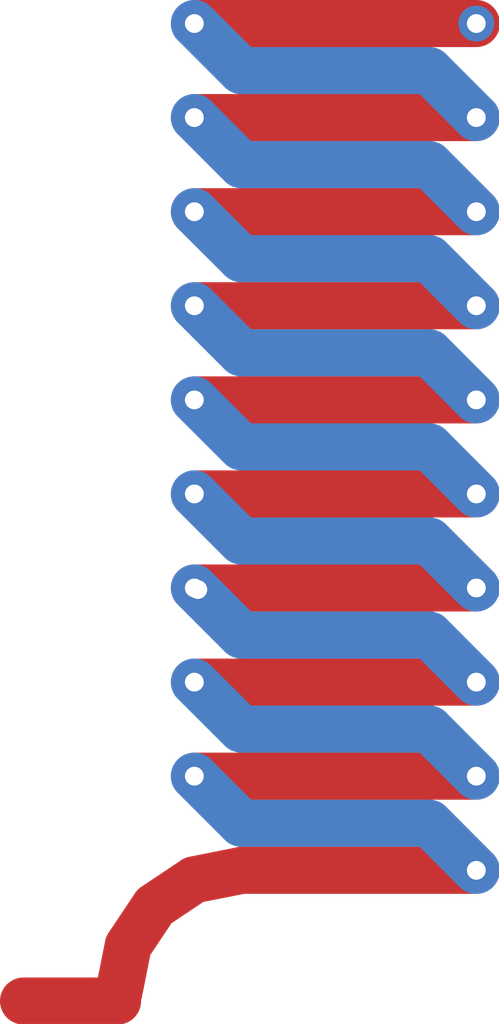
<source format=kicad_pcb>
(kicad_pcb (version 4) (host pcbnew 4.0.2+dfsg1-stable)

  (general
    (links 0)
    (no_connects 0)
    (area 227.229059 -225.449741 280.280722 -181.216299)
    (thickness 1.6)
    (drawings 40)
    (tracks 63)
    (zones 0)
    (modules 0)
    (nets 1)
  )

  (page A4)
  (layers
    (0 F.Cu signal)
    (31 B.Cu signal)
    (32 B.Adhes user)
    (33 F.Adhes user)
    (34 B.Paste user)
    (35 F.Paste user)
    (36 B.SilkS user)
    (37 F.SilkS user)
    (38 B.Mask user)
    (39 F.Mask user)
    (40 Dwgs.User user)
    (41 Cmts.User user)
    (42 Eco1.User user)
    (43 Eco2.User user)
    (44 Edge.Cuts user)
    (45 Margin user)
    (46 B.CrtYd user)
    (47 F.CrtYd user)
    (48 B.Fab user)
    (49 F.Fab user)
  )

  (setup
    (last_trace_width 0.25)
    (trace_clearance 0.2)
    (zone_clearance 0.508)
    (zone_45_only no)
    (trace_min 0.2)
    (segment_width 0.2)
    (edge_width 0.15)
    (via_size 0.6)
    (via_drill 0.4)
    (via_min_size 0.4)
    (via_min_drill 0.3)
    (uvia_size 0.3)
    (uvia_drill 0.1)
    (uvias_allowed no)
    (uvia_min_size 0.2)
    (uvia_min_drill 0.1)
    (pcb_text_width 0.3)
    (pcb_text_size 1.5 1.5)
    (mod_edge_width 0.15)
    (mod_text_size 1 1)
    (mod_text_width 0.15)
    (pad_size 1.524 1.524)
    (pad_drill 0.762)
    (pad_to_mask_clearance 0.2)
    (aux_axis_origin 0 0)
    (visible_elements FFFFFF7F)
    (pcbplotparams
      (layerselection 0x00030_80000001)
      (usegerberextensions false)
      (excludeedgelayer true)
      (linewidth 0.100000)
      (plotframeref false)
      (viasonmask false)
      (mode 1)
      (useauxorigin false)
      (hpglpennumber 1)
      (hpglpenspeed 20)
      (hpglpendiameter 15)
      (hpglpenoverlay 2)
      (psnegative false)
      (psa4output false)
      (plotreference true)
      (plotvalue true)
      (plotinvisibletext false)
      (padsonsilk false)
      (subtractmaskfromsilk false)
      (outputformat 1)
      (mirror false)
      (drillshape 1)
      (scaleselection 1)
      (outputdirectory ""))
  )

  (net 0 "")

  (net_class Default "This is the default net class."
    (clearance 0.2)
    (trace_width 0.25)
    (via_dia 0.6)
    (via_drill 0.4)
    (uvia_dia 0.3)
    (uvia_drill 0.1)
  )

  (gr_line (start 314.452 -212.6996) (end 314.452 -212.6996) (layer B.Mask) (width 0.8636))
  (gr_line (start 314.452 -210.70062) (end 314.452 -210.70062) (layer B.Mask) (width 0.8636))
  (gr_line (start 314.52566 -210.6676) (end 314.52566 -210.6676) (layer B.Mask) (width 0.8636))
  (gr_line (start 314.452 -208.6991) (end 314.452 -208.6991) (layer B.Mask) (width 0.8636))
  (gr_line (start 314.452 -206.70012) (end 314.452 -206.70012) (layer B.Mask) (width 0.8636))
  (gr_line (start 320.45148 -206.70012) (end 320.45148 -206.70012) (layer B.Mask) (width 0.8636))
  (gr_line (start 320.45148 -208.6991) (end 320.45148 -208.6991) (layer B.Mask) (width 0.8636))
  (gr_line (start 320.45148 -210.70062) (end 320.45148 -210.70062) (layer B.Mask) (width 0.8636))
  (gr_line (start 320.45148 -212.6996) (end 320.45148 -212.6996) (layer B.Mask) (width 0.8636))
  (gr_line (start 320.45148 -214.69858) (end 320.45148 -214.69858) (layer B.Mask) (width 0.8636))
  (gr_line (start 320.45148 -216.7001) (end 320.45148 -216.7001) (layer B.Mask) (width 0.8636))
  (gr_line (start 320.45148 -218.69908) (end 320.45148 -218.69908) (layer B.Mask) (width 0.8636))
  (gr_line (start 320.45148 -220.7006) (end 320.45148 -220.7006) (layer B.Mask) (width 0.8636))
  (gr_line (start 320.45148 -222.69958) (end 320.45148 -222.69958) (layer B.Mask) (width 0.8636))
  (gr_line (start 314.452 -222.69958) (end 314.452 -222.69958) (layer B.Mask) (width 0.8636))
  (gr_line (start 314.452 -220.7006) (end 314.452 -220.7006) (layer B.Mask) (width 0.8636))
  (gr_line (start 314.452 -218.69908) (end 314.452 -218.69908) (layer B.Mask) (width 0.8636))
  (gr_line (start 314.452 -216.7001) (end 314.452 -216.7001) (layer B.Mask) (width 0.8636))
  (gr_line (start 314.452 -214.69858) (end 314.452 -214.69858) (layer B.Mask) (width 0.8636))
  (gr_line (start 320.45148 -204.6986) (end 320.45148 -204.6986) (layer B.Mask) (width 0.8636))
  (gr_line (start 314.452 -212.6996) (end 314.452 -212.6996) (layer F.Mask) (width 0.8636))
  (gr_line (start 314.452 -210.70062) (end 314.452 -210.70062) (layer F.Mask) (width 0.8636))
  (gr_line (start 314.52566 -210.6676) (end 314.52566 -210.6676) (layer F.Mask) (width 0.8636))
  (gr_line (start 314.452 -208.6991) (end 314.452 -208.6991) (layer F.Mask) (width 0.8636))
  (gr_line (start 314.452 -206.70012) (end 314.452 -206.70012) (layer F.Mask) (width 0.8636))
  (gr_line (start 320.45148 -206.70012) (end 320.45148 -206.70012) (layer F.Mask) (width 0.8636))
  (gr_line (start 320.45148 -208.6991) (end 320.45148 -208.6991) (layer F.Mask) (width 0.8636))
  (gr_line (start 320.45148 -210.70062) (end 320.45148 -210.70062) (layer F.Mask) (width 0.8636))
  (gr_line (start 320.45148 -212.6996) (end 320.45148 -212.6996) (layer F.Mask) (width 0.8636))
  (gr_line (start 320.45148 -214.69858) (end 320.45148 -214.69858) (layer F.Mask) (width 0.8636))
  (gr_line (start 320.45148 -216.7001) (end 320.45148 -216.7001) (layer F.Mask) (width 0.8636))
  (gr_line (start 320.45148 -218.69908) (end 320.45148 -218.69908) (layer F.Mask) (width 0.8636))
  (gr_line (start 320.45148 -220.7006) (end 320.45148 -220.7006) (layer F.Mask) (width 0.8636))
  (gr_line (start 320.45148 -222.69958) (end 320.45148 -222.69958) (layer F.Mask) (width 0.8636))
  (gr_line (start 314.452 -222.69958) (end 314.452 -222.69958) (layer F.Mask) (width 0.8636))
  (gr_line (start 314.452 -220.7006) (end 314.452 -220.7006) (layer F.Mask) (width 0.8636))
  (gr_line (start 314.452 -218.69908) (end 314.452 -218.69908) (layer F.Mask) (width 0.8636))
  (gr_line (start 314.452 -216.7001) (end 314.452 -216.7001) (layer F.Mask) (width 0.8636))
  (gr_line (start 314.452 -214.69858) (end 314.452 -214.69858) (layer F.Mask) (width 0.8636))
  (gr_line (start 320.45148 -204.6986) (end 320.45148 -204.6986) (layer F.Mask) (width 0.8636))

  (via (at 314.452 -212.6996) (size 0.762) (layers F.Cu B.Cu) (net 0))
  (via (at 314.452 -210.70062) (size 0.762) (layers F.Cu B.Cu) (net 0))
  (via (at 314.52566 -210.6676) (size 0.762) (layers F.Cu B.Cu) (net 0))
  (via (at 314.452 -208.6991) (size 0.762) (layers F.Cu B.Cu) (net 0))
  (via (at 314.452 -206.70012) (size 0.762) (layers F.Cu B.Cu) (net 0))
  (via (at 320.45148 -206.70012) (size 0.762) (layers F.Cu B.Cu) (net 0))
  (via (at 320.45148 -208.6991) (size 0.762) (layers F.Cu B.Cu) (net 0))
  (via (at 320.45148 -210.70062) (size 0.762) (layers F.Cu B.Cu) (net 0))
  (via (at 320.45148 -212.6996) (size 0.762) (layers F.Cu B.Cu) (net 0))
  (via (at 320.45148 -214.69858) (size 0.762) (layers F.Cu B.Cu) (net 0))
  (via (at 320.45148 -216.7001) (size 0.762) (layers F.Cu B.Cu) (net 0))
  (via (at 320.45148 -218.69908) (size 0.762) (layers F.Cu B.Cu) (net 0))
  (via (at 320.45148 -220.7006) (size 0.762) (layers F.Cu B.Cu) (net 0))
  (via (at 320.45148 -222.69958) (size 0.762) (layers F.Cu B.Cu) (net 0))
  (via (at 314.452 -222.69958) (size 0.762) (layers F.Cu B.Cu) (net 0))
  (via (at 314.452 -220.7006) (size 0.762) (layers F.Cu B.Cu) (net 0))
  (via (at 314.452 -218.69908) (size 0.762) (layers F.Cu B.Cu) (net 0))
  (via (at 314.452 -216.7001) (size 0.762) (layers F.Cu B.Cu) (net 0))
  (via (at 314.452 -214.69858) (size 0.762) (layers F.Cu B.Cu) (net 0))
  (via (at 320.45148 -204.6986) (size 0.762) (layers F.Cu B.Cu) (net 0))
  (segment (start 314.452 -212.6996) (end 315.45276 -211.69884) (width 1.00076) (layer B.Cu) (net 0))
  (segment (start 315.45276 -211.69884) (end 319.45326 -211.69884) (width 1.00076) (layer B.Cu) (net 0))
  (segment (start 319.45326 -211.69884) (end 320.45148 -210.70062) (width 1.00076) (layer B.Cu) (net 0))
  (segment (start 320.45148 -212.6996) (end 319.45326 -213.70036) (width 1.00076) (layer B.Cu) (net 0))
  (segment (start 319.45326 -213.70036) (end 315.45276 -213.70036) (width 1.00076) (layer B.Cu) (net 0))
  (segment (start 315.45276 -213.70036) (end 314.452 -214.69858) (width 1.00076) (layer B.Cu) (net 0))
  (segment (start 315.45276 -215.69934) (end 314.452 -216.7001) (width 1.00076) (layer B.Cu) (net 0))
  (segment (start 315.45276 -215.69934) (end 319.45326 -215.69934) (width 1.00076) (layer B.Cu) (net 0))
  (segment (start 319.45326 -215.69934) (end 320.45148 -214.69858) (width 1.00076) (layer B.Cu) (net 0))
  (segment (start 320.45148 -216.7001) (end 319.45326 -217.70086) (width 1.00076) (layer B.Cu) (net 0))
  (segment (start 319.45326 -217.70086) (end 315.45276 -217.70086) (width 1.00076) (layer B.Cu) (net 0))
  (segment (start 315.45276 -217.70086) (end 314.452 -218.69908) (width 1.00076) (layer B.Cu) (net 0))
  (segment (start 315.45276 -219.69984) (end 314.452 -220.7006) (width 1.00076) (layer B.Cu) (net 0))
  (segment (start 315.45276 -221.69882) (end 314.452 -222.69958) (width 1.00076) (layer B.Cu) (net 0))
  (segment (start 315.45276 -221.69882) (end 319.45326 -221.69882) (width 1.00076) (layer B.Cu) (net 0))
  (segment (start 319.45326 -221.69882) (end 320.45148 -220.7006) (width 1.00076) (layer B.Cu) (net 0))
  (segment (start 319.45326 -219.69984) (end 320.45148 -218.69908) (width 1.00076) (layer B.Cu) (net 0))
  (segment (start 319.45326 -219.69984) (end 315.45276 -219.69984) (width 1.00076) (layer B.Cu) (net 0))
  (segment (start 314.452 -210.70062) (end 315.45276 -209.69986) (width 1.00076) (layer B.Cu) (net 0))
  (segment (start 314.452 -208.6991) (end 315.45276 -207.70088) (width 1.00076) (layer B.Cu) (net 0))
  (segment (start 315.45276 -207.70088) (end 319.45326 -207.70088) (width 1.00076) (layer B.Cu) (net 0))
  (segment (start 319.45326 -207.70088) (end 320.45148 -206.70012) (width 1.00076) (layer B.Cu) (net 0))
  (segment (start 320.45148 -208.6991) (end 319.45326 -209.69986) (width 1.00076) (layer B.Cu) (net 0))
  (segment (start 319.45326 -209.69986) (end 315.45276 -209.69986) (width 1.00076) (layer B.Cu) (net 0))
  (segment (start 314.452 -206.70012) (end 315.45276 -205.69936) (width 1.00076) (layer B.Cu) (net 0))
  (segment (start 315.45276 -205.69936) (end 319.45326 -205.69936) (width 1.00076) (layer B.Cu) (net 0))
  (segment (start 319.45326 -205.69936) (end 320.45148 -204.6986) (width 1.00076) (layer B.Cu) (net 0))
  (segment (start 313.32932 -204.21346) (end 313.88812 -203.65466) (width 0.20066) (layer F.Cu) (net 0))
  (segment (start 314.452 -220.7006) (end 320.45148 -220.7006) (width 1.00076) (layer F.Cu) (net 0))
  (segment (start 320.45148 -222.69958) (end 314.452 -222.69958) (width 1.00076) (layer F.Cu) (net 0))
  (segment (start 314.452 -218.69908) (end 320.45148 -218.69908) (width 1.00076) (layer F.Cu) (net 0))
  (segment (start 320.45148 -216.7001) (end 314.452 -216.7001) (width 1.00076) (layer F.Cu) (net 0))
  (segment (start 314.452 -214.69858) (end 320.45148 -214.69858) (width 1.00076) (layer F.Cu) (net 0))
  (segment (start 320.45148 -212.6996) (end 314.452 -212.6996) (width 1.00076) (layer F.Cu) (net 0))
  (segment (start 314.452 -210.70062) (end 320.45148 -210.70062) (width 1.00076) (layer F.Cu) (net 0))
  (segment (start 320.45148 -208.6991) (end 314.452 -208.6991) (width 1.00076) (layer F.Cu) (net 0))
  (segment (start 314.452 -206.70012) (end 320.45148 -206.70012) (width 1.00076) (layer F.Cu) (net 0))
  (segment (start 320.45148 -204.6986) (end 315.45276 -204.6986) (width 1.00076) (layer F.Cu) (net 0))
  (segment (start 312.81878 -201.91984) (end 310.81726 -201.91984) (width 1.00076) (layer F.Cu) (net 0))
  (segment (start 315.43752 -204.69352) (end 314.44606 -204.49631) (width 1.00076) (layer F.Cu) (net 0))
  (segment (start 314.44606 -204.49631) (end 313.60555 -203.93469) (width 1.00076) (layer F.Cu) (net 0))
  (segment (start 313.60555 -203.93469) (end 313.04393 -203.09418) (width 1.00076) (layer F.Cu) (net 0))
  (segment (start 313.04393 -203.09418) (end 312.84672 -202.10272) (width 1.00076) (layer F.Cu) (net 0))

)

</source>
